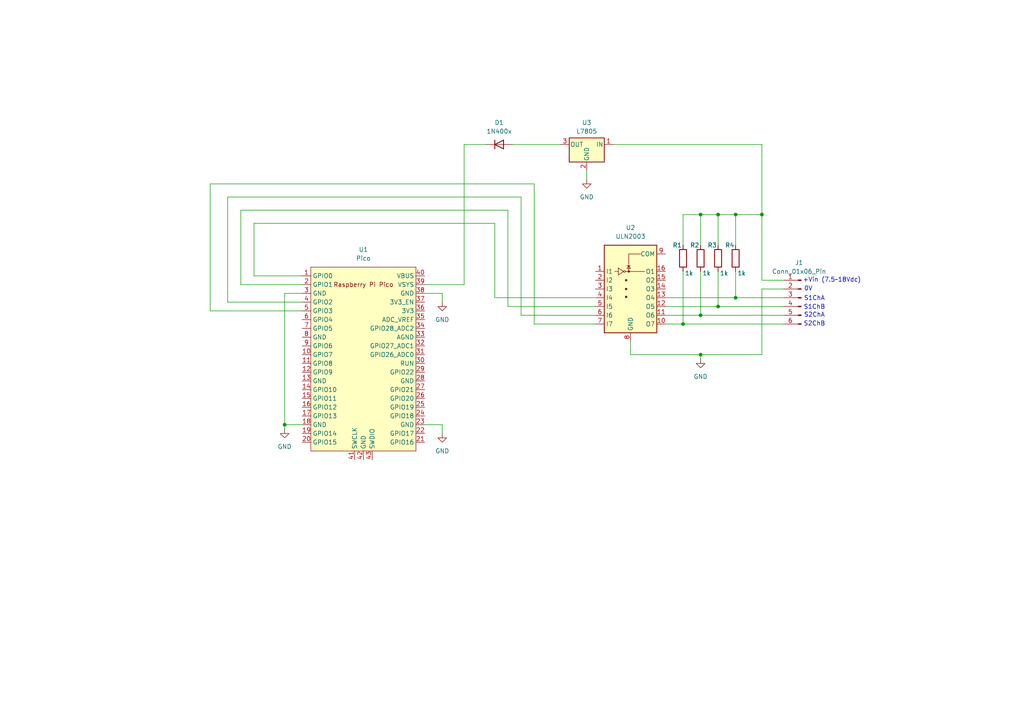
<source format=kicad_sch>
(kicad_sch
	(version 20231120)
	(generator "eeschema")
	(generator_version "8.0")
	(uuid "43917d5a-17c1-4cc9-b0b3-c358de011f0d")
	(paper "A4")
	(title_block
		(title "Speed Sensor Simulator")
		(date "2024-05-20")
		(rev "1")
		(comment 1 "Design by Gérard Gauthier")
	)
	(lib_symbols
		(symbol "Connector:Conn_01x06_Pin"
			(pin_names
				(offset 1.016) hide)
			(exclude_from_sim no)
			(in_bom yes)
			(on_board yes)
			(property "Reference" "J"
				(at 0 7.62 0)
				(effects
					(font
						(size 1.27 1.27)
					)
				)
			)
			(property "Value" "Conn_01x06_Pin"
				(at 0 -10.16 0)
				(effects
					(font
						(size 1.27 1.27)
					)
				)
			)
			(property "Footprint" ""
				(at 0 0 0)
				(effects
					(font
						(size 1.27 1.27)
					)
					(hide yes)
				)
			)
			(property "Datasheet" "~"
				(at 0 0 0)
				(effects
					(font
						(size 1.27 1.27)
					)
					(hide yes)
				)
			)
			(property "Description" "Generic connector, single row, 01x06, script generated"
				(at 0 0 0)
				(effects
					(font
						(size 1.27 1.27)
					)
					(hide yes)
				)
			)
			(property "ki_locked" ""
				(at 0 0 0)
				(effects
					(font
						(size 1.27 1.27)
					)
				)
			)
			(property "ki_keywords" "connector"
				(at 0 0 0)
				(effects
					(font
						(size 1.27 1.27)
					)
					(hide yes)
				)
			)
			(property "ki_fp_filters" "Connector*:*_1x??_*"
				(at 0 0 0)
				(effects
					(font
						(size 1.27 1.27)
					)
					(hide yes)
				)
			)
			(symbol "Conn_01x06_Pin_1_1"
				(polyline
					(pts
						(xy 1.27 -7.62) (xy 0.8636 -7.62)
					)
					(stroke
						(width 0.1524)
						(type default)
					)
					(fill
						(type none)
					)
				)
				(polyline
					(pts
						(xy 1.27 -5.08) (xy 0.8636 -5.08)
					)
					(stroke
						(width 0.1524)
						(type default)
					)
					(fill
						(type none)
					)
				)
				(polyline
					(pts
						(xy 1.27 -2.54) (xy 0.8636 -2.54)
					)
					(stroke
						(width 0.1524)
						(type default)
					)
					(fill
						(type none)
					)
				)
				(polyline
					(pts
						(xy 1.27 0) (xy 0.8636 0)
					)
					(stroke
						(width 0.1524)
						(type default)
					)
					(fill
						(type none)
					)
				)
				(polyline
					(pts
						(xy 1.27 2.54) (xy 0.8636 2.54)
					)
					(stroke
						(width 0.1524)
						(type default)
					)
					(fill
						(type none)
					)
				)
				(polyline
					(pts
						(xy 1.27 5.08) (xy 0.8636 5.08)
					)
					(stroke
						(width 0.1524)
						(type default)
					)
					(fill
						(type none)
					)
				)
				(rectangle
					(start 0.8636 -7.493)
					(end 0 -7.747)
					(stroke
						(width 0.1524)
						(type default)
					)
					(fill
						(type outline)
					)
				)
				(rectangle
					(start 0.8636 -4.953)
					(end 0 -5.207)
					(stroke
						(width 0.1524)
						(type default)
					)
					(fill
						(type outline)
					)
				)
				(rectangle
					(start 0.8636 -2.413)
					(end 0 -2.667)
					(stroke
						(width 0.1524)
						(type default)
					)
					(fill
						(type outline)
					)
				)
				(rectangle
					(start 0.8636 0.127)
					(end 0 -0.127)
					(stroke
						(width 0.1524)
						(type default)
					)
					(fill
						(type outline)
					)
				)
				(rectangle
					(start 0.8636 2.667)
					(end 0 2.413)
					(stroke
						(width 0.1524)
						(type default)
					)
					(fill
						(type outline)
					)
				)
				(rectangle
					(start 0.8636 5.207)
					(end 0 4.953)
					(stroke
						(width 0.1524)
						(type default)
					)
					(fill
						(type outline)
					)
				)
				(pin passive line
					(at 5.08 5.08 180)
					(length 3.81)
					(name "Pin_1"
						(effects
							(font
								(size 1.27 1.27)
							)
						)
					)
					(number "1"
						(effects
							(font
								(size 1.27 1.27)
							)
						)
					)
				)
				(pin passive line
					(at 5.08 2.54 180)
					(length 3.81)
					(name "Pin_2"
						(effects
							(font
								(size 1.27 1.27)
							)
						)
					)
					(number "2"
						(effects
							(font
								(size 1.27 1.27)
							)
						)
					)
				)
				(pin passive line
					(at 5.08 0 180)
					(length 3.81)
					(name "Pin_3"
						(effects
							(font
								(size 1.27 1.27)
							)
						)
					)
					(number "3"
						(effects
							(font
								(size 1.27 1.27)
							)
						)
					)
				)
				(pin passive line
					(at 5.08 -2.54 180)
					(length 3.81)
					(name "Pin_4"
						(effects
							(font
								(size 1.27 1.27)
							)
						)
					)
					(number "4"
						(effects
							(font
								(size 1.27 1.27)
							)
						)
					)
				)
				(pin passive line
					(at 5.08 -5.08 180)
					(length 3.81)
					(name "Pin_5"
						(effects
							(font
								(size 1.27 1.27)
							)
						)
					)
					(number "5"
						(effects
							(font
								(size 1.27 1.27)
							)
						)
					)
				)
				(pin passive line
					(at 5.08 -7.62 180)
					(length 3.81)
					(name "Pin_6"
						(effects
							(font
								(size 1.27 1.27)
							)
						)
					)
					(number "6"
						(effects
							(font
								(size 1.27 1.27)
							)
						)
					)
				)
			)
		)
		(symbol "Device:D"
			(pin_numbers hide)
			(pin_names
				(offset 1.016) hide)
			(exclude_from_sim no)
			(in_bom yes)
			(on_board yes)
			(property "Reference" "D"
				(at 0 2.54 0)
				(effects
					(font
						(size 1.27 1.27)
					)
				)
			)
			(property "Value" "D"
				(at 0 -2.54 0)
				(effects
					(font
						(size 1.27 1.27)
					)
				)
			)
			(property "Footprint" ""
				(at 0 0 0)
				(effects
					(font
						(size 1.27 1.27)
					)
					(hide yes)
				)
			)
			(property "Datasheet" "~"
				(at 0 0 0)
				(effects
					(font
						(size 1.27 1.27)
					)
					(hide yes)
				)
			)
			(property "Description" "Diode"
				(at 0 0 0)
				(effects
					(font
						(size 1.27 1.27)
					)
					(hide yes)
				)
			)
			(property "Sim.Device" "D"
				(at 0 0 0)
				(effects
					(font
						(size 1.27 1.27)
					)
					(hide yes)
				)
			)
			(property "Sim.Pins" "1=K 2=A"
				(at 0 0 0)
				(effects
					(font
						(size 1.27 1.27)
					)
					(hide yes)
				)
			)
			(property "ki_keywords" "diode"
				(at 0 0 0)
				(effects
					(font
						(size 1.27 1.27)
					)
					(hide yes)
				)
			)
			(property "ki_fp_filters" "TO-???* *_Diode_* *SingleDiode* D_*"
				(at 0 0 0)
				(effects
					(font
						(size 1.27 1.27)
					)
					(hide yes)
				)
			)
			(symbol "D_0_1"
				(polyline
					(pts
						(xy -1.27 1.27) (xy -1.27 -1.27)
					)
					(stroke
						(width 0.254)
						(type default)
					)
					(fill
						(type none)
					)
				)
				(polyline
					(pts
						(xy 1.27 0) (xy -1.27 0)
					)
					(stroke
						(width 0)
						(type default)
					)
					(fill
						(type none)
					)
				)
				(polyline
					(pts
						(xy 1.27 1.27) (xy 1.27 -1.27) (xy -1.27 0) (xy 1.27 1.27)
					)
					(stroke
						(width 0.254)
						(type default)
					)
					(fill
						(type none)
					)
				)
			)
			(symbol "D_1_1"
				(pin passive line
					(at -3.81 0 0)
					(length 2.54)
					(name "K"
						(effects
							(font
								(size 1.27 1.27)
							)
						)
					)
					(number "1"
						(effects
							(font
								(size 1.27 1.27)
							)
						)
					)
				)
				(pin passive line
					(at 3.81 0 180)
					(length 2.54)
					(name "A"
						(effects
							(font
								(size 1.27 1.27)
							)
						)
					)
					(number "2"
						(effects
							(font
								(size 1.27 1.27)
							)
						)
					)
				)
			)
		)
		(symbol "Device:R"
			(pin_numbers hide)
			(pin_names
				(offset 0)
			)
			(exclude_from_sim no)
			(in_bom yes)
			(on_board yes)
			(property "Reference" "R"
				(at 2.032 0 90)
				(effects
					(font
						(size 1.27 1.27)
					)
				)
			)
			(property "Value" "R"
				(at 0 0 90)
				(effects
					(font
						(size 1.27 1.27)
					)
				)
			)
			(property "Footprint" ""
				(at -1.778 0 90)
				(effects
					(font
						(size 1.27 1.27)
					)
					(hide yes)
				)
			)
			(property "Datasheet" "~"
				(at 0 0 0)
				(effects
					(font
						(size 1.27 1.27)
					)
					(hide yes)
				)
			)
			(property "Description" "Resistor"
				(at 0 0 0)
				(effects
					(font
						(size 1.27 1.27)
					)
					(hide yes)
				)
			)
			(property "ki_keywords" "R res resistor"
				(at 0 0 0)
				(effects
					(font
						(size 1.27 1.27)
					)
					(hide yes)
				)
			)
			(property "ki_fp_filters" "R_*"
				(at 0 0 0)
				(effects
					(font
						(size 1.27 1.27)
					)
					(hide yes)
				)
			)
			(symbol "R_0_1"
				(rectangle
					(start -1.016 -2.54)
					(end 1.016 2.54)
					(stroke
						(width 0.254)
						(type default)
					)
					(fill
						(type none)
					)
				)
			)
			(symbol "R_1_1"
				(pin passive line
					(at 0 3.81 270)
					(length 1.27)
					(name "~"
						(effects
							(font
								(size 1.27 1.27)
							)
						)
					)
					(number "1"
						(effects
							(font
								(size 1.27 1.27)
							)
						)
					)
				)
				(pin passive line
					(at 0 -3.81 90)
					(length 1.27)
					(name "~"
						(effects
							(font
								(size 1.27 1.27)
							)
						)
					)
					(number "2"
						(effects
							(font
								(size 1.27 1.27)
							)
						)
					)
				)
			)
		)
		(symbol "MCU_RaspberryPi_and_Boards:Pico"
			(exclude_from_sim no)
			(in_bom yes)
			(on_board yes)
			(property "Reference" "U"
				(at -13.97 27.94 0)
				(effects
					(font
						(size 1.27 1.27)
					)
				)
			)
			(property "Value" "Pico"
				(at 0 19.05 0)
				(effects
					(font
						(size 1.27 1.27)
					)
				)
			)
			(property "Footprint" "RPi_Pico:RPi_Pico_SMD_TH"
				(at 0 0 90)
				(effects
					(font
						(size 1.27 1.27)
					)
					(hide yes)
				)
			)
			(property "Datasheet" ""
				(at 0 0 0)
				(effects
					(font
						(size 1.27 1.27)
					)
					(hide yes)
				)
			)
			(property "Description" ""
				(at 0 0 0)
				(effects
					(font
						(size 1.27 1.27)
					)
					(hide yes)
				)
			)
			(symbol "Pico_0_0"
				(text "Raspberry Pi Pico"
					(at 0 21.59 0)
					(effects
						(font
							(size 1.27 1.27)
						)
					)
				)
			)
			(symbol "Pico_0_1"
				(rectangle
					(start -15.24 26.67)
					(end 15.24 -26.67)
					(stroke
						(width 0)
						(type default)
					)
					(fill
						(type background)
					)
				)
			)
			(symbol "Pico_1_1"
				(pin bidirectional line
					(at -17.78 24.13 0)
					(length 2.54)
					(name "GPIO0"
						(effects
							(font
								(size 1.27 1.27)
							)
						)
					)
					(number "1"
						(effects
							(font
								(size 1.27 1.27)
							)
						)
					)
				)
				(pin bidirectional line
					(at -17.78 1.27 0)
					(length 2.54)
					(name "GPIO7"
						(effects
							(font
								(size 1.27 1.27)
							)
						)
					)
					(number "10"
						(effects
							(font
								(size 1.27 1.27)
							)
						)
					)
				)
				(pin bidirectional line
					(at -17.78 -1.27 0)
					(length 2.54)
					(name "GPIO8"
						(effects
							(font
								(size 1.27 1.27)
							)
						)
					)
					(number "11"
						(effects
							(font
								(size 1.27 1.27)
							)
						)
					)
				)
				(pin bidirectional line
					(at -17.78 -3.81 0)
					(length 2.54)
					(name "GPIO9"
						(effects
							(font
								(size 1.27 1.27)
							)
						)
					)
					(number "12"
						(effects
							(font
								(size 1.27 1.27)
							)
						)
					)
				)
				(pin power_in line
					(at -17.78 -6.35 0)
					(length 2.54)
					(name "GND"
						(effects
							(font
								(size 1.27 1.27)
							)
						)
					)
					(number "13"
						(effects
							(font
								(size 1.27 1.27)
							)
						)
					)
				)
				(pin bidirectional line
					(at -17.78 -8.89 0)
					(length 2.54)
					(name "GPIO10"
						(effects
							(font
								(size 1.27 1.27)
							)
						)
					)
					(number "14"
						(effects
							(font
								(size 1.27 1.27)
							)
						)
					)
				)
				(pin bidirectional line
					(at -17.78 -11.43 0)
					(length 2.54)
					(name "GPIO11"
						(effects
							(font
								(size 1.27 1.27)
							)
						)
					)
					(number "15"
						(effects
							(font
								(size 1.27 1.27)
							)
						)
					)
				)
				(pin bidirectional line
					(at -17.78 -13.97 0)
					(length 2.54)
					(name "GPIO12"
						(effects
							(font
								(size 1.27 1.27)
							)
						)
					)
					(number "16"
						(effects
							(font
								(size 1.27 1.27)
							)
						)
					)
				)
				(pin bidirectional line
					(at -17.78 -16.51 0)
					(length 2.54)
					(name "GPIO13"
						(effects
							(font
								(size 1.27 1.27)
							)
						)
					)
					(number "17"
						(effects
							(font
								(size 1.27 1.27)
							)
						)
					)
				)
				(pin power_in line
					(at -17.78 -19.05 0)
					(length 2.54)
					(name "GND"
						(effects
							(font
								(size 1.27 1.27)
							)
						)
					)
					(number "18"
						(effects
							(font
								(size 1.27 1.27)
							)
						)
					)
				)
				(pin bidirectional line
					(at -17.78 -21.59 0)
					(length 2.54)
					(name "GPIO14"
						(effects
							(font
								(size 1.27 1.27)
							)
						)
					)
					(number "19"
						(effects
							(font
								(size 1.27 1.27)
							)
						)
					)
				)
				(pin bidirectional line
					(at -17.78 21.59 0)
					(length 2.54)
					(name "GPIO1"
						(effects
							(font
								(size 1.27 1.27)
							)
						)
					)
					(number "2"
						(effects
							(font
								(size 1.27 1.27)
							)
						)
					)
				)
				(pin bidirectional line
					(at -17.78 -24.13 0)
					(length 2.54)
					(name "GPIO15"
						(effects
							(font
								(size 1.27 1.27)
							)
						)
					)
					(number "20"
						(effects
							(font
								(size 1.27 1.27)
							)
						)
					)
				)
				(pin bidirectional line
					(at 17.78 -24.13 180)
					(length 2.54)
					(name "GPIO16"
						(effects
							(font
								(size 1.27 1.27)
							)
						)
					)
					(number "21"
						(effects
							(font
								(size 1.27 1.27)
							)
						)
					)
				)
				(pin bidirectional line
					(at 17.78 -21.59 180)
					(length 2.54)
					(name "GPIO17"
						(effects
							(font
								(size 1.27 1.27)
							)
						)
					)
					(number "22"
						(effects
							(font
								(size 1.27 1.27)
							)
						)
					)
				)
				(pin power_in line
					(at 17.78 -19.05 180)
					(length 2.54)
					(name "GND"
						(effects
							(font
								(size 1.27 1.27)
							)
						)
					)
					(number "23"
						(effects
							(font
								(size 1.27 1.27)
							)
						)
					)
				)
				(pin bidirectional line
					(at 17.78 -16.51 180)
					(length 2.54)
					(name "GPIO18"
						(effects
							(font
								(size 1.27 1.27)
							)
						)
					)
					(number "24"
						(effects
							(font
								(size 1.27 1.27)
							)
						)
					)
				)
				(pin bidirectional line
					(at 17.78 -13.97 180)
					(length 2.54)
					(name "GPIO19"
						(effects
							(font
								(size 1.27 1.27)
							)
						)
					)
					(number "25"
						(effects
							(font
								(size 1.27 1.27)
							)
						)
					)
				)
				(pin bidirectional line
					(at 17.78 -11.43 180)
					(length 2.54)
					(name "GPIO20"
						(effects
							(font
								(size 1.27 1.27)
							)
						)
					)
					(number "26"
						(effects
							(font
								(size 1.27 1.27)
							)
						)
					)
				)
				(pin bidirectional line
					(at 17.78 -8.89 180)
					(length 2.54)
					(name "GPIO21"
						(effects
							(font
								(size 1.27 1.27)
							)
						)
					)
					(number "27"
						(effects
							(font
								(size 1.27 1.27)
							)
						)
					)
				)
				(pin power_in line
					(at 17.78 -6.35 180)
					(length 2.54)
					(name "GND"
						(effects
							(font
								(size 1.27 1.27)
							)
						)
					)
					(number "28"
						(effects
							(font
								(size 1.27 1.27)
							)
						)
					)
				)
				(pin bidirectional line
					(at 17.78 -3.81 180)
					(length 2.54)
					(name "GPIO22"
						(effects
							(font
								(size 1.27 1.27)
							)
						)
					)
					(number "29"
						(effects
							(font
								(size 1.27 1.27)
							)
						)
					)
				)
				(pin power_in line
					(at -17.78 19.05 0)
					(length 2.54)
					(name "GND"
						(effects
							(font
								(size 1.27 1.27)
							)
						)
					)
					(number "3"
						(effects
							(font
								(size 1.27 1.27)
							)
						)
					)
				)
				(pin input line
					(at 17.78 -1.27 180)
					(length 2.54)
					(name "RUN"
						(effects
							(font
								(size 1.27 1.27)
							)
						)
					)
					(number "30"
						(effects
							(font
								(size 1.27 1.27)
							)
						)
					)
				)
				(pin bidirectional line
					(at 17.78 1.27 180)
					(length 2.54)
					(name "GPIO26_ADC0"
						(effects
							(font
								(size 1.27 1.27)
							)
						)
					)
					(number "31"
						(effects
							(font
								(size 1.27 1.27)
							)
						)
					)
				)
				(pin bidirectional line
					(at 17.78 3.81 180)
					(length 2.54)
					(name "GPIO27_ADC1"
						(effects
							(font
								(size 1.27 1.27)
							)
						)
					)
					(number "32"
						(effects
							(font
								(size 1.27 1.27)
							)
						)
					)
				)
				(pin power_in line
					(at 17.78 6.35 180)
					(length 2.54)
					(name "AGND"
						(effects
							(font
								(size 1.27 1.27)
							)
						)
					)
					(number "33"
						(effects
							(font
								(size 1.27 1.27)
							)
						)
					)
				)
				(pin bidirectional line
					(at 17.78 8.89 180)
					(length 2.54)
					(name "GPIO28_ADC2"
						(effects
							(font
								(size 1.27 1.27)
							)
						)
					)
					(number "34"
						(effects
							(font
								(size 1.27 1.27)
							)
						)
					)
				)
				(pin power_in line
					(at 17.78 11.43 180)
					(length 2.54)
					(name "ADC_VREF"
						(effects
							(font
								(size 1.27 1.27)
							)
						)
					)
					(number "35"
						(effects
							(font
								(size 1.27 1.27)
							)
						)
					)
				)
				(pin power_in line
					(at 17.78 13.97 180)
					(length 2.54)
					(name "3V3"
						(effects
							(font
								(size 1.27 1.27)
							)
						)
					)
					(number "36"
						(effects
							(font
								(size 1.27 1.27)
							)
						)
					)
				)
				(pin input line
					(at 17.78 16.51 180)
					(length 2.54)
					(name "3V3_EN"
						(effects
							(font
								(size 1.27 1.27)
							)
						)
					)
					(number "37"
						(effects
							(font
								(size 1.27 1.27)
							)
						)
					)
				)
				(pin bidirectional line
					(at 17.78 19.05 180)
					(length 2.54)
					(name "GND"
						(effects
							(font
								(size 1.27 1.27)
							)
						)
					)
					(number "38"
						(effects
							(font
								(size 1.27 1.27)
							)
						)
					)
				)
				(pin power_in line
					(at 17.78 21.59 180)
					(length 2.54)
					(name "VSYS"
						(effects
							(font
								(size 1.27 1.27)
							)
						)
					)
					(number "39"
						(effects
							(font
								(size 1.27 1.27)
							)
						)
					)
				)
				(pin bidirectional line
					(at -17.78 16.51 0)
					(length 2.54)
					(name "GPIO2"
						(effects
							(font
								(size 1.27 1.27)
							)
						)
					)
					(number "4"
						(effects
							(font
								(size 1.27 1.27)
							)
						)
					)
				)
				(pin power_in line
					(at 17.78 24.13 180)
					(length 2.54)
					(name "VBUS"
						(effects
							(font
								(size 1.27 1.27)
							)
						)
					)
					(number "40"
						(effects
							(font
								(size 1.27 1.27)
							)
						)
					)
				)
				(pin input line
					(at -2.54 -29.21 90)
					(length 2.54)
					(name "SWCLK"
						(effects
							(font
								(size 1.27 1.27)
							)
						)
					)
					(number "41"
						(effects
							(font
								(size 1.27 1.27)
							)
						)
					)
				)
				(pin power_in line
					(at 0 -29.21 90)
					(length 2.54)
					(name "GND"
						(effects
							(font
								(size 1.27 1.27)
							)
						)
					)
					(number "42"
						(effects
							(font
								(size 1.27 1.27)
							)
						)
					)
				)
				(pin bidirectional line
					(at 2.54 -29.21 90)
					(length 2.54)
					(name "SWDIO"
						(effects
							(font
								(size 1.27 1.27)
							)
						)
					)
					(number "43"
						(effects
							(font
								(size 1.27 1.27)
							)
						)
					)
				)
				(pin bidirectional line
					(at -17.78 13.97 0)
					(length 2.54)
					(name "GPIO3"
						(effects
							(font
								(size 1.27 1.27)
							)
						)
					)
					(number "5"
						(effects
							(font
								(size 1.27 1.27)
							)
						)
					)
				)
				(pin bidirectional line
					(at -17.78 11.43 0)
					(length 2.54)
					(name "GPIO4"
						(effects
							(font
								(size 1.27 1.27)
							)
						)
					)
					(number "6"
						(effects
							(font
								(size 1.27 1.27)
							)
						)
					)
				)
				(pin bidirectional line
					(at -17.78 8.89 0)
					(length 2.54)
					(name "GPIO5"
						(effects
							(font
								(size 1.27 1.27)
							)
						)
					)
					(number "7"
						(effects
							(font
								(size 1.27 1.27)
							)
						)
					)
				)
				(pin power_in line
					(at -17.78 6.35 0)
					(length 2.54)
					(name "GND"
						(effects
							(font
								(size 1.27 1.27)
							)
						)
					)
					(number "8"
						(effects
							(font
								(size 1.27 1.27)
							)
						)
					)
				)
				(pin bidirectional line
					(at -17.78 3.81 0)
					(length 2.54)
					(name "GPIO6"
						(effects
							(font
								(size 1.27 1.27)
							)
						)
					)
					(number "9"
						(effects
							(font
								(size 1.27 1.27)
							)
						)
					)
				)
			)
		)
		(symbol "Regulator_Linear:L7805"
			(pin_names
				(offset 0.254)
			)
			(exclude_from_sim no)
			(in_bom yes)
			(on_board yes)
			(property "Reference" "U"
				(at -3.81 3.175 0)
				(effects
					(font
						(size 1.27 1.27)
					)
				)
			)
			(property "Value" "L7805"
				(at 0 3.175 0)
				(effects
					(font
						(size 1.27 1.27)
					)
					(justify left)
				)
			)
			(property "Footprint" ""
				(at 0.635 -3.81 0)
				(effects
					(font
						(size 1.27 1.27)
						(italic yes)
					)
					(justify left)
					(hide yes)
				)
			)
			(property "Datasheet" "http://www.st.com/content/ccc/resource/technical/document/datasheet/41/4f/b3/b0/12/d4/47/88/CD00000444.pdf/files/CD00000444.pdf/jcr:content/translations/en.CD00000444.pdf"
				(at 0 -1.27 0)
				(effects
					(font
						(size 1.27 1.27)
					)
					(hide yes)
				)
			)
			(property "Description" "Positive 1.5A 35V Linear Regulator, Fixed Output 5V, TO-220/TO-263/TO-252"
				(at 0 0 0)
				(effects
					(font
						(size 1.27 1.27)
					)
					(hide yes)
				)
			)
			(property "ki_keywords" "Voltage Regulator 1.5A Positive"
				(at 0 0 0)
				(effects
					(font
						(size 1.27 1.27)
					)
					(hide yes)
				)
			)
			(property "ki_fp_filters" "TO?252* TO?263* TO?220*"
				(at 0 0 0)
				(effects
					(font
						(size 1.27 1.27)
					)
					(hide yes)
				)
			)
			(symbol "L7805_0_1"
				(rectangle
					(start -5.08 1.905)
					(end 5.08 -5.08)
					(stroke
						(width 0.254)
						(type default)
					)
					(fill
						(type background)
					)
				)
			)
			(symbol "L7805_1_1"
				(pin power_in line
					(at -7.62 0 0)
					(length 2.54)
					(name "IN"
						(effects
							(font
								(size 1.27 1.27)
							)
						)
					)
					(number "1"
						(effects
							(font
								(size 1.27 1.27)
							)
						)
					)
				)
				(pin power_in line
					(at 0 -7.62 90)
					(length 2.54)
					(name "GND"
						(effects
							(font
								(size 1.27 1.27)
							)
						)
					)
					(number "2"
						(effects
							(font
								(size 1.27 1.27)
							)
						)
					)
				)
				(pin power_out line
					(at 7.62 0 180)
					(length 2.54)
					(name "OUT"
						(effects
							(font
								(size 1.27 1.27)
							)
						)
					)
					(number "3"
						(effects
							(font
								(size 1.27 1.27)
							)
						)
					)
				)
			)
		)
		(symbol "Transistor_Array:ULN2003"
			(exclude_from_sim no)
			(in_bom yes)
			(on_board yes)
			(property "Reference" "U"
				(at 0 15.875 0)
				(effects
					(font
						(size 1.27 1.27)
					)
				)
			)
			(property "Value" "ULN2003"
				(at 0 13.97 0)
				(effects
					(font
						(size 1.27 1.27)
					)
				)
			)
			(property "Footprint" ""
				(at 1.27 -13.97 0)
				(effects
					(font
						(size 1.27 1.27)
					)
					(justify left)
					(hide yes)
				)
			)
			(property "Datasheet" "http://www.ti.com/lit/ds/symlink/uln2003a.pdf"
				(at 2.54 -5.08 0)
				(effects
					(font
						(size 1.27 1.27)
					)
					(hide yes)
				)
			)
			(property "Description" "High Voltage, High Current Darlington Transistor Arrays, SOIC16/SOIC16W/DIP16/TSSOP16"
				(at 0 0 0)
				(effects
					(font
						(size 1.27 1.27)
					)
					(hide yes)
				)
			)
			(property "ki_keywords" "darlington transistor array"
				(at 0 0 0)
				(effects
					(font
						(size 1.27 1.27)
					)
					(hide yes)
				)
			)
			(property "ki_fp_filters" "DIP*W7.62mm* SOIC*3.9x9.9mm*P1.27mm* SSOP*4.4x5.2mm*P0.65mm* TSSOP*4.4x5mm*P0.65mm* SOIC*W*5.3x10.2mm*P1.27mm*"
				(at 0 0 0)
				(effects
					(font
						(size 1.27 1.27)
					)
					(hide yes)
				)
			)
			(symbol "ULN2003_0_1"
				(rectangle
					(start -7.62 -12.7)
					(end 7.62 12.7)
					(stroke
						(width 0.254)
						(type default)
					)
					(fill
						(type background)
					)
				)
				(circle
					(center -1.778 5.08)
					(radius 0.254)
					(stroke
						(width 0)
						(type default)
					)
					(fill
						(type none)
					)
				)
				(circle
					(center -1.27 -2.286)
					(radius 0.254)
					(stroke
						(width 0)
						(type default)
					)
					(fill
						(type outline)
					)
				)
				(circle
					(center -1.27 0)
					(radius 0.254)
					(stroke
						(width 0)
						(type default)
					)
					(fill
						(type outline)
					)
				)
				(circle
					(center -1.27 2.54)
					(radius 0.254)
					(stroke
						(width 0)
						(type default)
					)
					(fill
						(type outline)
					)
				)
				(circle
					(center -0.508 5.08)
					(radius 0.254)
					(stroke
						(width 0)
						(type default)
					)
					(fill
						(type outline)
					)
				)
				(polyline
					(pts
						(xy -4.572 5.08) (xy -3.556 5.08)
					)
					(stroke
						(width 0)
						(type default)
					)
					(fill
						(type none)
					)
				)
				(polyline
					(pts
						(xy -1.524 5.08) (xy 4.064 5.08)
					)
					(stroke
						(width 0)
						(type default)
					)
					(fill
						(type none)
					)
				)
				(polyline
					(pts
						(xy 0 6.731) (xy -1.016 6.731)
					)
					(stroke
						(width 0)
						(type default)
					)
					(fill
						(type none)
					)
				)
				(polyline
					(pts
						(xy -0.508 5.08) (xy -0.508 10.16) (xy 2.921 10.16)
					)
					(stroke
						(width 0)
						(type default)
					)
					(fill
						(type none)
					)
				)
				(polyline
					(pts
						(xy -3.556 6.096) (xy -3.556 4.064) (xy -2.032 5.08) (xy -3.556 6.096)
					)
					(stroke
						(width 0)
						(type default)
					)
					(fill
						(type none)
					)
				)
				(polyline
					(pts
						(xy 0 5.969) (xy -1.016 5.969) (xy -0.508 6.731) (xy 0 5.969)
					)
					(stroke
						(width 0)
						(type default)
					)
					(fill
						(type none)
					)
				)
			)
			(symbol "ULN2003_1_1"
				(pin input line
					(at -10.16 5.08 0)
					(length 2.54)
					(name "I1"
						(effects
							(font
								(size 1.27 1.27)
							)
						)
					)
					(number "1"
						(effects
							(font
								(size 1.27 1.27)
							)
						)
					)
				)
				(pin open_collector line
					(at 10.16 -10.16 180)
					(length 2.54)
					(name "O7"
						(effects
							(font
								(size 1.27 1.27)
							)
						)
					)
					(number "10"
						(effects
							(font
								(size 1.27 1.27)
							)
						)
					)
				)
				(pin open_collector line
					(at 10.16 -7.62 180)
					(length 2.54)
					(name "O6"
						(effects
							(font
								(size 1.27 1.27)
							)
						)
					)
					(number "11"
						(effects
							(font
								(size 1.27 1.27)
							)
						)
					)
				)
				(pin open_collector line
					(at 10.16 -5.08 180)
					(length 2.54)
					(name "O5"
						(effects
							(font
								(size 1.27 1.27)
							)
						)
					)
					(number "12"
						(effects
							(font
								(size 1.27 1.27)
							)
						)
					)
				)
				(pin open_collector line
					(at 10.16 -2.54 180)
					(length 2.54)
					(name "O4"
						(effects
							(font
								(size 1.27 1.27)
							)
						)
					)
					(number "13"
						(effects
							(font
								(size 1.27 1.27)
							)
						)
					)
				)
				(pin open_collector line
					(at 10.16 0 180)
					(length 2.54)
					(name "O3"
						(effects
							(font
								(size 1.27 1.27)
							)
						)
					)
					(number "14"
						(effects
							(font
								(size 1.27 1.27)
							)
						)
					)
				)
				(pin open_collector line
					(at 10.16 2.54 180)
					(length 2.54)
					(name "O2"
						(effects
							(font
								(size 1.27 1.27)
							)
						)
					)
					(number "15"
						(effects
							(font
								(size 1.27 1.27)
							)
						)
					)
				)
				(pin open_collector line
					(at 10.16 5.08 180)
					(length 2.54)
					(name "O1"
						(effects
							(font
								(size 1.27 1.27)
							)
						)
					)
					(number "16"
						(effects
							(font
								(size 1.27 1.27)
							)
						)
					)
				)
				(pin input line
					(at -10.16 2.54 0)
					(length 2.54)
					(name "I2"
						(effects
							(font
								(size 1.27 1.27)
							)
						)
					)
					(number "2"
						(effects
							(font
								(size 1.27 1.27)
							)
						)
					)
				)
				(pin input line
					(at -10.16 0 0)
					(length 2.54)
					(name "I3"
						(effects
							(font
								(size 1.27 1.27)
							)
						)
					)
					(number "3"
						(effects
							(font
								(size 1.27 1.27)
							)
						)
					)
				)
				(pin input line
					(at -10.16 -2.54 0)
					(length 2.54)
					(name "I4"
						(effects
							(font
								(size 1.27 1.27)
							)
						)
					)
					(number "4"
						(effects
							(font
								(size 1.27 1.27)
							)
						)
					)
				)
				(pin input line
					(at -10.16 -5.08 0)
					(length 2.54)
					(name "I5"
						(effects
							(font
								(size 1.27 1.27)
							)
						)
					)
					(number "5"
						(effects
							(font
								(size 1.27 1.27)
							)
						)
					)
				)
				(pin input line
					(at -10.16 -7.62 0)
					(length 2.54)
					(name "I6"
						(effects
							(font
								(size 1.27 1.27)
							)
						)
					)
					(number "6"
						(effects
							(font
								(size 1.27 1.27)
							)
						)
					)
				)
				(pin input line
					(at -10.16 -10.16 0)
					(length 2.54)
					(name "I7"
						(effects
							(font
								(size 1.27 1.27)
							)
						)
					)
					(number "7"
						(effects
							(font
								(size 1.27 1.27)
							)
						)
					)
				)
				(pin power_in line
					(at 0 -15.24 90)
					(length 2.54)
					(name "GND"
						(effects
							(font
								(size 1.27 1.27)
							)
						)
					)
					(number "8"
						(effects
							(font
								(size 1.27 1.27)
							)
						)
					)
				)
				(pin passive line
					(at 10.16 10.16 180)
					(length 2.54)
					(name "COM"
						(effects
							(font
								(size 1.27 1.27)
							)
						)
					)
					(number "9"
						(effects
							(font
								(size 1.27 1.27)
							)
						)
					)
				)
			)
		)
		(symbol "power:GND"
			(power)
			(pin_numbers hide)
			(pin_names
				(offset 0) hide)
			(exclude_from_sim no)
			(in_bom yes)
			(on_board yes)
			(property "Reference" "#PWR"
				(at 0 -6.35 0)
				(effects
					(font
						(size 1.27 1.27)
					)
					(hide yes)
				)
			)
			(property "Value" "GND"
				(at 0 -3.81 0)
				(effects
					(font
						(size 1.27 1.27)
					)
				)
			)
			(property "Footprint" ""
				(at 0 0 0)
				(effects
					(font
						(size 1.27 1.27)
					)
					(hide yes)
				)
			)
			(property "Datasheet" ""
				(at 0 0 0)
				(effects
					(font
						(size 1.27 1.27)
					)
					(hide yes)
				)
			)
			(property "Description" "Power symbol creates a global label with name \"GND\" , ground"
				(at 0 0 0)
				(effects
					(font
						(size 1.27 1.27)
					)
					(hide yes)
				)
			)
			(property "ki_keywords" "global power"
				(at 0 0 0)
				(effects
					(font
						(size 1.27 1.27)
					)
					(hide yes)
				)
			)
			(symbol "GND_0_1"
				(polyline
					(pts
						(xy 0 0) (xy 0 -1.27) (xy 1.27 -1.27) (xy 0 -2.54) (xy -1.27 -1.27) (xy 0 -1.27)
					)
					(stroke
						(width 0)
						(type default)
					)
					(fill
						(type none)
					)
				)
			)
			(symbol "GND_1_1"
				(pin power_in line
					(at 0 0 270)
					(length 0)
					(name "~"
						(effects
							(font
								(size 1.27 1.27)
							)
						)
					)
					(number "1"
						(effects
							(font
								(size 1.27 1.27)
							)
						)
					)
				)
			)
		)
	)
	(junction
		(at 220.98 62.23)
		(diameter 0)
		(color 0 0 0 0)
		(uuid "177610a5-6486-4235-8512-8a66aee7c1b0")
	)
	(junction
		(at 213.36 86.36)
		(diameter 0)
		(color 0 0 0 0)
		(uuid "347a4b13-2e8c-4c33-b08d-11d156c37a2b")
	)
	(junction
		(at 203.2 91.44)
		(diameter 0)
		(color 0 0 0 0)
		(uuid "6ae8a993-9168-46e6-b7fb-21155bd1f2cb")
	)
	(junction
		(at 82.55 123.19)
		(diameter 0)
		(color 0 0 0 0)
		(uuid "7411c123-1359-40d5-9959-9c27b9885cbf")
	)
	(junction
		(at 203.2 102.87)
		(diameter 0)
		(color 0 0 0 0)
		(uuid "77628f56-847f-4edd-9b81-4f62f657701f")
	)
	(junction
		(at 198.12 93.98)
		(diameter 0)
		(color 0 0 0 0)
		(uuid "79cdf962-65f6-4ec6-879b-6f1b33d018a7")
	)
	(junction
		(at 213.36 62.23)
		(diameter 0)
		(color 0 0 0 0)
		(uuid "7f650a63-5f07-4b65-91d4-e9b24e1085f4")
	)
	(junction
		(at 208.28 62.23)
		(diameter 0)
		(color 0 0 0 0)
		(uuid "b6a616f6-e86c-4ee9-bcd2-c4ac2d1f2fa0")
	)
	(junction
		(at 208.28 88.9)
		(diameter 0)
		(color 0 0 0 0)
		(uuid "bc629222-61a3-4022-be27-f4259be6c7e6")
	)
	(junction
		(at 203.2 62.23)
		(diameter 0)
		(color 0 0 0 0)
		(uuid "e02fc2a3-c7c7-46b4-a516-39652a70a587")
	)
	(wire
		(pts
			(xy 69.85 60.96) (xy 147.32 60.96)
		)
		(stroke
			(width 0)
			(type default)
		)
		(uuid "04753698-e9f2-4fe9-8d3f-10811b68c205")
	)
	(wire
		(pts
			(xy 60.96 90.17) (xy 60.96 53.34)
		)
		(stroke
			(width 0)
			(type default)
		)
		(uuid "051ad243-daa4-4d6b-bbce-98deeab30bbc")
	)
	(wire
		(pts
			(xy 73.66 64.77) (xy 143.51 64.77)
		)
		(stroke
			(width 0)
			(type default)
		)
		(uuid "08d823c4-cd2a-4cfa-8300-9880fc7f02dc")
	)
	(wire
		(pts
			(xy 87.63 87.63) (xy 66.04 87.63)
		)
		(stroke
			(width 0)
			(type default)
		)
		(uuid "0c642b89-5aca-41df-b630-d46312b92002")
	)
	(wire
		(pts
			(xy 208.28 62.23) (xy 208.28 71.12)
		)
		(stroke
			(width 0)
			(type default)
		)
		(uuid "0f433f02-e5bb-4a54-b643-080b258f7f87")
	)
	(wire
		(pts
			(xy 193.04 91.44) (xy 203.2 91.44)
		)
		(stroke
			(width 0)
			(type default)
		)
		(uuid "17de4588-cad2-474c-9f46-5439238a1091")
	)
	(wire
		(pts
			(xy 227.33 83.82) (xy 220.98 83.82)
		)
		(stroke
			(width 0)
			(type default)
		)
		(uuid "19822168-6db5-4c87-9f1a-2a8fb19bdf3c")
	)
	(wire
		(pts
			(xy 82.55 123.19) (xy 82.55 124.46)
		)
		(stroke
			(width 0)
			(type default)
		)
		(uuid "1fe13a19-ec95-41d8-a50f-c4a00b6953a1")
	)
	(wire
		(pts
			(xy 73.66 80.01) (xy 73.66 64.77)
		)
		(stroke
			(width 0)
			(type default)
		)
		(uuid "2570a8b2-2e81-48a0-b96b-f1dda1349af9")
	)
	(wire
		(pts
			(xy 123.19 85.09) (xy 128.27 85.09)
		)
		(stroke
			(width 0)
			(type default)
		)
		(uuid "26c29eca-d806-4890-bf78-b20d4695c85e")
	)
	(wire
		(pts
			(xy 182.88 99.06) (xy 182.88 102.87)
		)
		(stroke
			(width 0)
			(type default)
		)
		(uuid "28bd04d0-c582-4d16-892d-ee4604e52f42")
	)
	(wire
		(pts
			(xy 208.28 88.9) (xy 227.33 88.9)
		)
		(stroke
			(width 0)
			(type default)
		)
		(uuid "29f00a89-0a4d-430e-9d52-c17bb75b597c")
	)
	(wire
		(pts
			(xy 66.04 87.63) (xy 66.04 57.15)
		)
		(stroke
			(width 0)
			(type default)
		)
		(uuid "303be45f-00aa-4a5b-838c-e604a89d4df3")
	)
	(wire
		(pts
			(xy 170.18 49.53) (xy 170.18 52.07)
		)
		(stroke
			(width 0)
			(type default)
		)
		(uuid "33c82fd8-f056-45e9-abb7-93565ae45e9c")
	)
	(wire
		(pts
			(xy 134.62 82.55) (xy 134.62 41.91)
		)
		(stroke
			(width 0)
			(type default)
		)
		(uuid "3570d5cb-4170-45f4-be45-b32179c1fdcc")
	)
	(wire
		(pts
			(xy 87.63 123.19) (xy 82.55 123.19)
		)
		(stroke
			(width 0)
			(type default)
		)
		(uuid "3a7de9af-022b-4b45-9e46-808650cef7a2")
	)
	(wire
		(pts
			(xy 134.62 41.91) (xy 140.97 41.91)
		)
		(stroke
			(width 0)
			(type default)
		)
		(uuid "44709614-7d31-4aba-bf45-40b505995496")
	)
	(wire
		(pts
			(xy 203.2 62.23) (xy 208.28 62.23)
		)
		(stroke
			(width 0)
			(type default)
		)
		(uuid "4bb9c465-8282-4de1-9bce-41c2115512cb")
	)
	(wire
		(pts
			(xy 123.19 82.55) (xy 134.62 82.55)
		)
		(stroke
			(width 0)
			(type default)
		)
		(uuid "4cfe112f-fc2f-46ff-8ac0-8b7810b58fbf")
	)
	(wire
		(pts
			(xy 87.63 80.01) (xy 73.66 80.01)
		)
		(stroke
			(width 0)
			(type default)
		)
		(uuid "50cea889-fdf4-433e-8d80-2e56e1492740")
	)
	(wire
		(pts
			(xy 203.2 91.44) (xy 227.33 91.44)
		)
		(stroke
			(width 0)
			(type default)
		)
		(uuid "57d80abb-8d78-4512-a872-0357d14ed66b")
	)
	(wire
		(pts
			(xy 203.2 62.23) (xy 203.2 71.12)
		)
		(stroke
			(width 0)
			(type default)
		)
		(uuid "5b76564c-d1da-49bb-8c90-131a48be462a")
	)
	(wire
		(pts
			(xy 220.98 83.82) (xy 220.98 102.87)
		)
		(stroke
			(width 0)
			(type default)
		)
		(uuid "6045b8e5-c51d-4d7c-8787-45feeafed9f7")
	)
	(wire
		(pts
			(xy 148.59 41.91) (xy 162.56 41.91)
		)
		(stroke
			(width 0)
			(type default)
		)
		(uuid "616d88c9-cac0-4d06-adfb-8982707d4954")
	)
	(wire
		(pts
			(xy 220.98 81.28) (xy 220.98 62.23)
		)
		(stroke
			(width 0)
			(type default)
		)
		(uuid "69c5832a-f9e8-46e3-9032-a47dbb18116f")
	)
	(wire
		(pts
			(xy 213.36 78.74) (xy 213.36 86.36)
		)
		(stroke
			(width 0)
			(type default)
		)
		(uuid "6b7a928a-de28-423c-9ef7-985d4ff06ccf")
	)
	(wire
		(pts
			(xy 154.94 53.34) (xy 154.94 93.98)
		)
		(stroke
			(width 0)
			(type default)
		)
		(uuid "6d16d8f4-97ae-44dc-ad74-1fed78b3f6c7")
	)
	(wire
		(pts
			(xy 193.04 88.9) (xy 208.28 88.9)
		)
		(stroke
			(width 0)
			(type default)
		)
		(uuid "7235955d-afd8-4591-b828-54aefe68df95")
	)
	(wire
		(pts
			(xy 208.28 78.74) (xy 208.28 88.9)
		)
		(stroke
			(width 0)
			(type default)
		)
		(uuid "74fb23c7-8537-4da7-9dc8-e9f02ec04a97")
	)
	(wire
		(pts
			(xy 147.32 60.96) (xy 147.32 88.9)
		)
		(stroke
			(width 0)
			(type default)
		)
		(uuid "7661ceaf-7dce-44a3-ba54-28f17740da81")
	)
	(wire
		(pts
			(xy 193.04 93.98) (xy 198.12 93.98)
		)
		(stroke
			(width 0)
			(type default)
		)
		(uuid "7f85ccea-4344-45b8-9ec2-b66157eae124")
	)
	(wire
		(pts
			(xy 154.94 93.98) (xy 172.72 93.98)
		)
		(stroke
			(width 0)
			(type default)
		)
		(uuid "80f044af-a4fe-4ff5-996b-1ae5239e2079")
	)
	(wire
		(pts
			(xy 82.55 85.09) (xy 82.55 123.19)
		)
		(stroke
			(width 0)
			(type default)
		)
		(uuid "83d46e88-91ef-4f4b-84a4-123f9bd5741e")
	)
	(wire
		(pts
			(xy 203.2 102.87) (xy 220.98 102.87)
		)
		(stroke
			(width 0)
			(type default)
		)
		(uuid "8476e718-4791-4eeb-b9b7-78a3308bfc87")
	)
	(wire
		(pts
			(xy 213.36 62.23) (xy 213.36 71.12)
		)
		(stroke
			(width 0)
			(type default)
		)
		(uuid "86654029-0dc5-4e8d-8109-3d361dea6b73")
	)
	(wire
		(pts
			(xy 143.51 64.77) (xy 143.51 86.36)
		)
		(stroke
			(width 0)
			(type default)
		)
		(uuid "894568a5-23ee-4ede-bb73-ccf29dc5bc1e")
	)
	(wire
		(pts
			(xy 87.63 90.17) (xy 60.96 90.17)
		)
		(stroke
			(width 0)
			(type default)
		)
		(uuid "8c755395-9c84-48d1-9888-35c2e304550d")
	)
	(wire
		(pts
			(xy 193.04 86.36) (xy 213.36 86.36)
		)
		(stroke
			(width 0)
			(type default)
		)
		(uuid "93fb5dd5-85bb-4de6-bf7a-77ade181a4f1")
	)
	(wire
		(pts
			(xy 87.63 82.55) (xy 69.85 82.55)
		)
		(stroke
			(width 0)
			(type default)
		)
		(uuid "944d00b3-8415-40ec-afe7-12d637d6a45c")
	)
	(wire
		(pts
			(xy 177.8 41.91) (xy 220.98 41.91)
		)
		(stroke
			(width 0)
			(type default)
		)
		(uuid "94e8240b-1100-4e2b-993a-837d1cb9e0e5")
	)
	(wire
		(pts
			(xy 123.19 123.19) (xy 128.27 123.19)
		)
		(stroke
			(width 0)
			(type default)
		)
		(uuid "97bc6ac8-49b6-41e6-ae70-96e8fa387041")
	)
	(wire
		(pts
			(xy 182.88 102.87) (xy 203.2 102.87)
		)
		(stroke
			(width 0)
			(type default)
		)
		(uuid "9c6fcdac-e001-4b9b-a629-6a46bbe8d087")
	)
	(wire
		(pts
			(xy 198.12 62.23) (xy 203.2 62.23)
		)
		(stroke
			(width 0)
			(type default)
		)
		(uuid "aa6aafe7-dce3-4e6b-a4af-85c5087cc898")
	)
	(wire
		(pts
			(xy 128.27 87.63) (xy 128.27 85.09)
		)
		(stroke
			(width 0)
			(type default)
		)
		(uuid "abd0002d-d439-4ea9-ac77-f95bdaee3124")
	)
	(wire
		(pts
			(xy 227.33 81.28) (xy 220.98 81.28)
		)
		(stroke
			(width 0)
			(type default)
		)
		(uuid "afe27371-43bd-4690-beb8-ba57a3008d5c")
	)
	(wire
		(pts
			(xy 147.32 88.9) (xy 172.72 88.9)
		)
		(stroke
			(width 0)
			(type default)
		)
		(uuid "b02c5786-8581-4815-8e87-26a72faf5fc2")
	)
	(wire
		(pts
			(xy 198.12 62.23) (xy 198.12 71.12)
		)
		(stroke
			(width 0)
			(type default)
		)
		(uuid "b7ca274c-0b58-49d0-b26c-c8be4cff2daf")
	)
	(wire
		(pts
			(xy 66.04 57.15) (xy 151.13 57.15)
		)
		(stroke
			(width 0)
			(type default)
		)
		(uuid "bca8f2cd-bbdb-4a96-bfdd-b1309f937207")
	)
	(wire
		(pts
			(xy 220.98 41.91) (xy 220.98 62.23)
		)
		(stroke
			(width 0)
			(type default)
		)
		(uuid "c3a76ec3-b0cf-499a-8a2f-0d1903283749")
	)
	(wire
		(pts
			(xy 82.55 85.09) (xy 87.63 85.09)
		)
		(stroke
			(width 0)
			(type default)
		)
		(uuid "c3d9ffbd-e610-4a3e-9cd2-4380b368da8f")
	)
	(wire
		(pts
			(xy 213.36 86.36) (xy 227.33 86.36)
		)
		(stroke
			(width 0)
			(type default)
		)
		(uuid "c66a12eb-08f8-4328-95d2-de6e32a19850")
	)
	(wire
		(pts
			(xy 151.13 57.15) (xy 151.13 91.44)
		)
		(stroke
			(width 0)
			(type default)
		)
		(uuid "c7e3bfa8-5b48-437c-9925-794a58fe9e32")
	)
	(wire
		(pts
			(xy 128.27 125.73) (xy 128.27 123.19)
		)
		(stroke
			(width 0)
			(type default)
		)
		(uuid "ce9b9798-a9a3-4748-bb3b-f55dafd84f0a")
	)
	(wire
		(pts
			(xy 213.36 62.23) (xy 220.98 62.23)
		)
		(stroke
			(width 0)
			(type default)
		)
		(uuid "d5005d92-2f9b-4fd0-9bb8-d9f79223c316")
	)
	(wire
		(pts
			(xy 143.51 86.36) (xy 172.72 86.36)
		)
		(stroke
			(width 0)
			(type default)
		)
		(uuid "d646d4ee-ef35-42c3-8542-e524e4ac107f")
	)
	(wire
		(pts
			(xy 203.2 102.87) (xy 203.2 104.14)
		)
		(stroke
			(width 0)
			(type default)
		)
		(uuid "d93647d4-ac1f-4f4f-8d30-75a7fcbaa68d")
	)
	(wire
		(pts
			(xy 198.12 93.98) (xy 227.33 93.98)
		)
		(stroke
			(width 0)
			(type default)
		)
		(uuid "dda6a988-85f3-41e2-8508-0f08c26779a8")
	)
	(wire
		(pts
			(xy 69.85 82.55) (xy 69.85 60.96)
		)
		(stroke
			(width 0)
			(type default)
		)
		(uuid "de2346d7-6568-4526-9952-73885269b185")
	)
	(wire
		(pts
			(xy 198.12 78.74) (xy 198.12 93.98)
		)
		(stroke
			(width 0)
			(type default)
		)
		(uuid "e0071925-dffa-4d91-89a6-06fc49f39bd5")
	)
	(wire
		(pts
			(xy 203.2 78.74) (xy 203.2 91.44)
		)
		(stroke
			(width 0)
			(type default)
		)
		(uuid "e1743f3c-ab34-4a9f-9e7b-b5f7c3792d9c")
	)
	(wire
		(pts
			(xy 208.28 62.23) (xy 213.36 62.23)
		)
		(stroke
			(width 0)
			(type default)
		)
		(uuid "e69204a1-0fb2-4985-9c55-827eeed006af")
	)
	(wire
		(pts
			(xy 60.96 53.34) (xy 154.94 53.34)
		)
		(stroke
			(width 0)
			(type default)
		)
		(uuid "f03cd353-0d40-4fb7-bd16-f0cb106f40e0")
	)
	(wire
		(pts
			(xy 151.13 91.44) (xy 172.72 91.44)
		)
		(stroke
			(width 0)
			(type default)
		)
		(uuid "ff4070ef-31cd-4e10-bf54-461cc3706f0d")
	)
	(text "S1ChA"
		(exclude_from_sim no)
		(at 236.22 86.614 0)
		(effects
			(font
				(size 1.27 1.27)
			)
		)
		(uuid "38bff840-767a-408a-97d0-3969adde1908")
	)
	(text "0V"
		(exclude_from_sim no)
		(at 234.442 83.82 0)
		(effects
			(font
				(size 1.27 1.27)
			)
		)
		(uuid "499a252f-7907-4b9a-b3fc-5f0ededef52d")
	)
	(text "S2ChA"
		(exclude_from_sim no)
		(at 236.22 91.44 0)
		(effects
			(font
				(size 1.27 1.27)
			)
		)
		(uuid "55e2dcf3-d948-43b1-880c-2509913fc80e")
	)
	(text "S2ChB"
		(exclude_from_sim no)
		(at 236.22 93.98 0)
		(effects
			(font
				(size 1.27 1.27)
			)
		)
		(uuid "7da8a606-c4d2-47fd-9397-3e3e5823658d")
	)
	(text "+Vin (7.5~18Vdc)"
		(exclude_from_sim no)
		(at 241.3 81.28 0)
		(effects
			(font
				(size 1.27 1.27)
			)
		)
		(uuid "9453a842-2d29-4c0b-a51d-c0bd834c7e98")
	)
	(text "S1ChB"
		(exclude_from_sim no)
		(at 236.22 89.154 0)
		(effects
			(font
				(size 1.27 1.27)
			)
		)
		(uuid "c8d60849-c1b7-4b46-9f42-2da31503f2f2")
	)
	(symbol
		(lib_id "power:GND")
		(at 128.27 125.73 0)
		(unit 1)
		(exclude_from_sim no)
		(in_bom yes)
		(on_board yes)
		(dnp no)
		(fields_autoplaced yes)
		(uuid "10342f55-63bb-44f3-8a17-fb98066dcdb4")
		(property "Reference" "#PWR02"
			(at 128.27 132.08 0)
			(effects
				(font
					(size 1.27 1.27)
				)
				(hide yes)
			)
		)
		(property "Value" "GND"
			(at 128.27 130.81 0)
			(effects
				(font
					(size 1.27 1.27)
				)
			)
		)
		(property "Footprint" ""
			(at 128.27 125.73 0)
			(effects
				(font
					(size 1.27 1.27)
				)
				(hide yes)
			)
		)
		(property "Datasheet" ""
			(at 128.27 125.73 0)
			(effects
				(font
					(size 1.27 1.27)
				)
				(hide yes)
			)
		)
		(property "Description" "Power symbol creates a global label with name \"GND\" , ground"
			(at 128.27 125.73 0)
			(effects
				(font
					(size 1.27 1.27)
				)
				(hide yes)
			)
		)
		(pin "1"
			(uuid "9d61f3b3-77d6-490e-8525-0bad2d4cf392")
		)
		(instances
			(project "speed-sensor-simulator"
				(path "/43917d5a-17c1-4cc9-b0b3-c358de011f0d"
					(reference "#PWR02")
					(unit 1)
				)
			)
		)
	)
	(symbol
		(lib_id "MCU_RaspberryPi_and_Boards:Pico")
		(at 105.41 104.14 0)
		(unit 1)
		(exclude_from_sim no)
		(in_bom yes)
		(on_board yes)
		(dnp no)
		(fields_autoplaced yes)
		(uuid "230daf58-5643-4851-a233-23b941005b26")
		(property "Reference" "U1"
			(at 105.41 72.39 0)
			(effects
				(font
					(size 1.27 1.27)
				)
			)
		)
		(property "Value" "Pico"
			(at 105.41 74.93 0)
			(effects
				(font
					(size 1.27 1.27)
				)
			)
		)
		(property "Footprint" "RPi_Pico:RPi_Pico_SMD_TH"
			(at 105.41 104.14 90)
			(effects
				(font
					(size 1.27 1.27)
				)
				(hide yes)
			)
		)
		(property "Datasheet" ""
			(at 105.41 104.14 0)
			(effects
				(font
					(size 1.27 1.27)
				)
				(hide yes)
			)
		)
		(property "Description" ""
			(at 105.41 104.14 0)
			(effects
				(font
					(size 1.27 1.27)
				)
				(hide yes)
			)
		)
		(pin "17"
			(uuid "26161acc-0863-47b9-be0b-c7ee3110c13a")
		)
		(pin "32"
			(uuid "7034a5b1-195b-4506-b991-4ec45d128320")
		)
		(pin "10"
			(uuid "212542e9-fc65-4213-8da5-b5621750cb3c")
		)
		(pin "33"
			(uuid "5f7e58a0-af21-43d4-939b-fae79f742972")
		)
		(pin "39"
			(uuid "54f4eae9-14d2-476f-9f53-609a4dcfff5e")
		)
		(pin "43"
			(uuid "23943df2-1ff6-4c8d-9879-a05a99ef32d0")
		)
		(pin "34"
			(uuid "c884cb27-eb95-415e-9902-9868c64ea938")
		)
		(pin "20"
			(uuid "4222e991-821e-4dab-95a2-646d0b89fdd8")
		)
		(pin "3"
			(uuid "87135dcb-610e-4e8f-9cdc-0849422eb971")
		)
		(pin "7"
			(uuid "dcf44a74-5676-4a0d-a236-ea0e9def6803")
		)
		(pin "2"
			(uuid "bfc3ff66-5cd8-47f6-b27d-a2219f91bd3e")
		)
		(pin "26"
			(uuid "b8649254-14c8-4b0a-ac06-0e9aab405f40")
		)
		(pin "8"
			(uuid "5aeeb80c-334a-41d7-8c0d-60e5d524e853")
		)
		(pin "5"
			(uuid "f9c09017-6f1c-46d8-a56c-74c0af0b3e9f")
		)
		(pin "22"
			(uuid "f660026f-b060-4bb3-bb86-2eb539224365")
		)
		(pin "35"
			(uuid "9a190fd3-8720-42e2-a823-1c598c7be957")
		)
		(pin "42"
			(uuid "826fa820-be24-4eec-b6fd-5c84c38a2938")
		)
		(pin "19"
			(uuid "12f5d59c-bae6-46c6-ba3b-64f26bba8af9")
		)
		(pin "37"
			(uuid "04d98a56-58ff-4961-9f6a-4184f0468957")
		)
		(pin "13"
			(uuid "e18dd196-17e6-4532-a6ee-dcac7faaedaa")
		)
		(pin "24"
			(uuid "f1815365-95e7-452f-879e-f77526fc1ae7")
		)
		(pin "25"
			(uuid "a7a7de9b-b1f5-4863-94d1-b66f7239e2e7")
		)
		(pin "29"
			(uuid "3b1c1112-f5de-4440-92ef-7071e1671b59")
		)
		(pin "28"
			(uuid "cfa1edd9-06a2-4271-a87d-080abdad8717")
		)
		(pin "38"
			(uuid "444e4564-3227-4020-8ad3-d26019ac8e95")
		)
		(pin "41"
			(uuid "1311089a-8c0e-4655-8c9f-dd998621eb67")
		)
		(pin "18"
			(uuid "1494ac3d-c2a7-4896-9577-01c2315a9813")
		)
		(pin "21"
			(uuid "54c837a9-ae63-42bc-9f5d-d045324c5076")
		)
		(pin "15"
			(uuid "6b102db0-fde6-4ff8-8813-1da2749d9483")
		)
		(pin "31"
			(uuid "2c83033b-ae92-4b25-9db7-0aeeb4c2f1e9")
		)
		(pin "12"
			(uuid "2622789a-1413-4150-8453-d93d7061f3d3")
		)
		(pin "23"
			(uuid "ea79734b-68a2-4ff8-b871-cdc655b4d2ef")
		)
		(pin "11"
			(uuid "b7e3e8b9-639a-487f-85b3-66eb0bc7637c")
		)
		(pin "27"
			(uuid "a798407e-7c5a-484f-8a7d-2d240c1e8a5e")
		)
		(pin "4"
			(uuid "f12a65b5-3f58-45b4-a82f-13dd032287a2")
		)
		(pin "16"
			(uuid "bfff9a6d-2f25-472e-8e76-962e7b67df49")
		)
		(pin "30"
			(uuid "2f674c34-0d0e-410a-9744-687897895263")
		)
		(pin "36"
			(uuid "890caac0-212e-403b-9a55-91a845567770")
		)
		(pin "1"
			(uuid "856906fa-8978-4442-98c8-4ea4f91f12ef")
		)
		(pin "14"
			(uuid "8b337028-b1ed-4834-9600-c7475aba07d5")
		)
		(pin "40"
			(uuid "1376946a-b4f7-4d66-9680-cd6cce3db40a")
		)
		(pin "6"
			(uuid "1f5f0722-659c-464c-be08-b06b654d1549")
		)
		(pin "9"
			(uuid "62bb7fe1-60a7-4bfe-8d2e-6dd399eca0ed")
		)
		(instances
			(project "speed-sensor-simulator"
				(path "/43917d5a-17c1-4cc9-b0b3-c358de011f0d"
					(reference "U1")
					(unit 1)
				)
			)
		)
	)
	(symbol
		(lib_id "Regulator_Linear:L7805")
		(at 170.18 41.91 0)
		(mirror y)
		(unit 1)
		(exclude_from_sim no)
		(in_bom yes)
		(on_board yes)
		(dnp no)
		(fields_autoplaced yes)
		(uuid "2e3cfce8-8b49-4f96-bd47-8276a908e953")
		(property "Reference" "U3"
			(at 170.18 35.56 0)
			(effects
				(font
					(size 1.27 1.27)
				)
			)
		)
		(property "Value" "L7805"
			(at 170.18 38.1 0)
			(effects
				(font
					(size 1.27 1.27)
				)
			)
		)
		(property "Footprint" ""
			(at 169.545 45.72 0)
			(effects
				(font
					(size 1.27 1.27)
					(italic yes)
				)
				(justify left)
				(hide yes)
			)
		)
		(property "Datasheet" "http://www.st.com/content/ccc/resource/technical/document/datasheet/41/4f/b3/b0/12/d4/47/88/CD00000444.pdf/files/CD00000444.pdf/jcr:content/translations/en.CD00000444.pdf"
			(at 170.18 43.18 0)
			(effects
				(font
					(size 1.27 1.27)
				)
				(hide yes)
			)
		)
		(property "Description" "Positive 1.5A 35V Linear Regulator, Fixed Output 5V, TO-220/TO-263/TO-252"
			(at 170.18 41.91 0)
			(effects
				(font
					(size 1.27 1.27)
				)
				(hide yes)
			)
		)
		(pin "2"
			(uuid "3b37873c-357b-429f-ac13-e6417c80c8f2")
		)
		(pin "1"
			(uuid "c892eb6f-5dd3-42fc-825e-8598bfececb2")
		)
		(pin "3"
			(uuid "b2cc0a22-1c51-4c22-aab9-36b00b2fca70")
		)
		(instances
			(project "speed-sensor-simulator"
				(path "/43917d5a-17c1-4cc9-b0b3-c358de011f0d"
					(reference "U3")
					(unit 1)
				)
			)
		)
	)
	(symbol
		(lib_id "Device:R")
		(at 208.28 74.93 0)
		(unit 1)
		(exclude_from_sim no)
		(in_bom yes)
		(on_board yes)
		(dnp no)
		(uuid "315efa3d-ef85-41a1-abc9-91ed2bb0aed6")
		(property "Reference" "R3"
			(at 205.232 71.12 0)
			(effects
				(font
					(size 1.27 1.27)
				)
				(justify left)
			)
		)
		(property "Value" "1k"
			(at 208.788 79.248 0)
			(effects
				(font
					(size 1.27 1.27)
				)
				(justify left)
			)
		)
		(property "Footprint" ""
			(at 206.502 74.93 90)
			(effects
				(font
					(size 1.27 1.27)
				)
				(hide yes)
			)
		)
		(property "Datasheet" "~"
			(at 208.28 74.93 0)
			(effects
				(font
					(size 1.27 1.27)
				)
				(hide yes)
			)
		)
		(property "Description" "Resistor"
			(at 208.28 74.93 0)
			(effects
				(font
					(size 1.27 1.27)
				)
				(hide yes)
			)
		)
		(pin "2"
			(uuid "5ec98118-f73a-42e1-9518-128223e523f3")
		)
		(pin "1"
			(uuid "3a44bda1-a0a5-4014-bf99-a8a0e4b46cc1")
		)
		(instances
			(project "speed-sensor-simulator"
				(path "/43917d5a-17c1-4cc9-b0b3-c358de011f0d"
					(reference "R3")
					(unit 1)
				)
			)
		)
	)
	(symbol
		(lib_id "power:GND")
		(at 203.2 104.14 0)
		(unit 1)
		(exclude_from_sim no)
		(in_bom yes)
		(on_board yes)
		(dnp no)
		(fields_autoplaced yes)
		(uuid "3518d1dd-e066-4e98-b359-b309a8b4d33c")
		(property "Reference" "#PWR01"
			(at 203.2 110.49 0)
			(effects
				(font
					(size 1.27 1.27)
				)
				(hide yes)
			)
		)
		(property "Value" "GND"
			(at 203.2 109.22 0)
			(effects
				(font
					(size 1.27 1.27)
				)
			)
		)
		(property "Footprint" ""
			(at 203.2 104.14 0)
			(effects
				(font
					(size 1.27 1.27)
				)
				(hide yes)
			)
		)
		(property "Datasheet" ""
			(at 203.2 104.14 0)
			(effects
				(font
					(size 1.27 1.27)
				)
				(hide yes)
			)
		)
		(property "Description" "Power symbol creates a global label with name \"GND\" , ground"
			(at 203.2 104.14 0)
			(effects
				(font
					(size 1.27 1.27)
				)
				(hide yes)
			)
		)
		(pin "1"
			(uuid "1d25f13d-884f-43ba-a143-537592280d13")
		)
		(instances
			(project "speed-sensor-simulator"
				(path "/43917d5a-17c1-4cc9-b0b3-c358de011f0d"
					(reference "#PWR01")
					(unit 1)
				)
			)
		)
	)
	(symbol
		(lib_id "Device:R")
		(at 198.12 74.93 0)
		(unit 1)
		(exclude_from_sim no)
		(in_bom yes)
		(on_board yes)
		(dnp no)
		(uuid "5598281c-8179-4dae-aa81-e55b1b778f3d")
		(property "Reference" "R1"
			(at 195.072 71.12 0)
			(effects
				(font
					(size 1.27 1.27)
				)
				(justify left)
			)
		)
		(property "Value" "1k"
			(at 198.628 79.248 0)
			(effects
				(font
					(size 1.27 1.27)
				)
				(justify left)
			)
		)
		(property "Footprint" ""
			(at 196.342 74.93 90)
			(effects
				(font
					(size 1.27 1.27)
				)
				(hide yes)
			)
		)
		(property "Datasheet" "~"
			(at 198.12 74.93 0)
			(effects
				(font
					(size 1.27 1.27)
				)
				(hide yes)
			)
		)
		(property "Description" "Resistor"
			(at 198.12 74.93 0)
			(effects
				(font
					(size 1.27 1.27)
				)
				(hide yes)
			)
		)
		(pin "2"
			(uuid "59b9a7ab-77be-4ed2-8f39-e970e74c725a")
		)
		(pin "1"
			(uuid "eb968f16-5e7a-45c9-abfb-a40e0c7e68b2")
		)
		(instances
			(project "speed-sensor-simulator"
				(path "/43917d5a-17c1-4cc9-b0b3-c358de011f0d"
					(reference "R1")
					(unit 1)
				)
			)
		)
	)
	(symbol
		(lib_id "power:GND")
		(at 128.27 87.63 0)
		(unit 1)
		(exclude_from_sim no)
		(in_bom yes)
		(on_board yes)
		(dnp no)
		(fields_autoplaced yes)
		(uuid "57393f67-1d08-4836-8361-01c035b83b4e")
		(property "Reference" "#PWR03"
			(at 128.27 93.98 0)
			(effects
				(font
					(size 1.27 1.27)
				)
				(hide yes)
			)
		)
		(property "Value" "GND"
			(at 128.27 92.71 0)
			(effects
				(font
					(size 1.27 1.27)
				)
			)
		)
		(property "Footprint" ""
			(at 128.27 87.63 0)
			(effects
				(font
					(size 1.27 1.27)
				)
				(hide yes)
			)
		)
		(property "Datasheet" ""
			(at 128.27 87.63 0)
			(effects
				(font
					(size 1.27 1.27)
				)
				(hide yes)
			)
		)
		(property "Description" "Power symbol creates a global label with name \"GND\" , ground"
			(at 128.27 87.63 0)
			(effects
				(font
					(size 1.27 1.27)
				)
				(hide yes)
			)
		)
		(pin "1"
			(uuid "461a64b8-61b8-4ffe-b756-efac71d1fc45")
		)
		(instances
			(project "speed-sensor-simulator"
				(path "/43917d5a-17c1-4cc9-b0b3-c358de011f0d"
					(reference "#PWR03")
					(unit 1)
				)
			)
		)
	)
	(symbol
		(lib_id "Device:D")
		(at 144.78 41.91 0)
		(unit 1)
		(exclude_from_sim no)
		(in_bom yes)
		(on_board yes)
		(dnp no)
		(fields_autoplaced yes)
		(uuid "71ed8f0c-7811-41f5-821a-e8a563ac87a3")
		(property "Reference" "D1"
			(at 144.78 35.56 0)
			(effects
				(font
					(size 1.27 1.27)
				)
			)
		)
		(property "Value" "1N400x"
			(at 144.78 38.1 0)
			(effects
				(font
					(size 1.27 1.27)
				)
			)
		)
		(property "Footprint" ""
			(at 144.78 41.91 0)
			(effects
				(font
					(size 1.27 1.27)
				)
				(hide yes)
			)
		)
		(property "Datasheet" "~"
			(at 144.78 41.91 0)
			(effects
				(font
					(size 1.27 1.27)
				)
				(hide yes)
			)
		)
		(property "Description" "Diode"
			(at 144.78 41.91 0)
			(effects
				(font
					(size 1.27 1.27)
				)
				(hide yes)
			)
		)
		(property "Sim.Device" "D"
			(at 144.78 41.91 0)
			(effects
				(font
					(size 1.27 1.27)
				)
				(hide yes)
			)
		)
		(property "Sim.Pins" "1=K 2=A"
			(at 144.78 41.91 0)
			(effects
				(font
					(size 1.27 1.27)
				)
				(hide yes)
			)
		)
		(pin "2"
			(uuid "c031c9a4-598c-4ea1-b24b-53a9421436a4")
		)
		(pin "1"
			(uuid "3086bc11-d149-414f-882c-118258732b38")
		)
		(instances
			(project "speed-sensor-simulator"
				(path "/43917d5a-17c1-4cc9-b0b3-c358de011f0d"
					(reference "D1")
					(unit 1)
				)
			)
		)
	)
	(symbol
		(lib_id "power:GND")
		(at 82.55 124.46 0)
		(unit 1)
		(exclude_from_sim no)
		(in_bom yes)
		(on_board yes)
		(dnp no)
		(fields_autoplaced yes)
		(uuid "74611e36-8089-4ddb-bf55-03164645463a")
		(property "Reference" "#PWR04"
			(at 82.55 130.81 0)
			(effects
				(font
					(size 1.27 1.27)
				)
				(hide yes)
			)
		)
		(property "Value" "GND"
			(at 82.55 129.54 0)
			(effects
				(font
					(size 1.27 1.27)
				)
			)
		)
		(property "Footprint" ""
			(at 82.55 124.46 0)
			(effects
				(font
					(size 1.27 1.27)
				)
				(hide yes)
			)
		)
		(property "Datasheet" ""
			(at 82.55 124.46 0)
			(effects
				(font
					(size 1.27 1.27)
				)
				(hide yes)
			)
		)
		(property "Description" "Power symbol creates a global label with name \"GND\" , ground"
			(at 82.55 124.46 0)
			(effects
				(font
					(size 1.27 1.27)
				)
				(hide yes)
			)
		)
		(pin "1"
			(uuid "fc9ecb42-d1b7-44fd-9c42-1470853cf936")
		)
		(instances
			(project "speed-sensor-simulator"
				(path "/43917d5a-17c1-4cc9-b0b3-c358de011f0d"
					(reference "#PWR04")
					(unit 1)
				)
			)
		)
	)
	(symbol
		(lib_id "Transistor_Array:ULN2003")
		(at 182.88 83.82 0)
		(unit 1)
		(exclude_from_sim no)
		(in_bom yes)
		(on_board yes)
		(dnp no)
		(fields_autoplaced yes)
		(uuid "b2a74232-7a29-4753-ae61-0f11e8d5c74c")
		(property "Reference" "U2"
			(at 182.88 66.04 0)
			(effects
				(font
					(size 1.27 1.27)
				)
			)
		)
		(property "Value" "ULN2003"
			(at 182.88 68.58 0)
			(effects
				(font
					(size 1.27 1.27)
				)
			)
		)
		(property "Footprint" ""
			(at 184.15 97.79 0)
			(effects
				(font
					(size 1.27 1.27)
				)
				(justify left)
				(hide yes)
			)
		)
		(property "Datasheet" "http://www.ti.com/lit/ds/symlink/uln2003a.pdf"
			(at 185.42 88.9 0)
			(effects
				(font
					(size 1.27 1.27)
				)
				(hide yes)
			)
		)
		(property "Description" "High Voltage, High Current Darlington Transistor Arrays, SOIC16/SOIC16W/DIP16/TSSOP16"
			(at 182.88 83.82 0)
			(effects
				(font
					(size 1.27 1.27)
				)
				(hide yes)
			)
		)
		(pin "16"
			(uuid "87c8ee3b-b66a-4807-a153-e564d296047c")
		)
		(pin "11"
			(uuid "39b16d1e-94e9-4850-8e97-3b0edae3dd83")
		)
		(pin "13"
			(uuid "81e6fe92-bbfb-4fef-9d57-a2cdd2508500")
		)
		(pin "12"
			(uuid "a8489ba7-3347-43ce-80ea-21add480712a")
		)
		(pin "15"
			(uuid "2193a118-1495-4f6b-b7bf-d83f7299d4f9")
		)
		(pin "5"
			(uuid "8ca7a090-4ead-44e3-9cb6-47677b2ed750")
		)
		(pin "9"
			(uuid "d66e7173-952c-4fa0-8e37-b73328c261cd")
		)
		(pin "7"
			(uuid "438845fa-7c36-453b-a3d8-6f30a5bc6107")
		)
		(pin "1"
			(uuid "776376b6-ec16-4bc6-b592-2517f30430f7")
		)
		(pin "2"
			(uuid "a3377d43-f205-48b9-ae0a-ee14d886498f")
		)
		(pin "10"
			(uuid "5a641787-fa0d-4d3d-949f-a136a3df5dcb")
		)
		(pin "4"
			(uuid "bd4a20a9-1b80-4710-ad8d-f1c4139deb79")
		)
		(pin "8"
			(uuid "02088268-4fb3-4a87-b041-50cf0e1e6b56")
		)
		(pin "14"
			(uuid "185c122d-5470-4884-96ac-6a48e7ec4168")
		)
		(pin "3"
			(uuid "b30751a8-e0e3-4d9a-a9db-eb5dfea0f1c6")
		)
		(pin "6"
			(uuid "f38b39fd-37ac-48e1-8bfd-52c4db3a9787")
		)
		(instances
			(project "speed-sensor-simulator"
				(path "/43917d5a-17c1-4cc9-b0b3-c358de011f0d"
					(reference "U2")
					(unit 1)
				)
			)
		)
	)
	(symbol
		(lib_id "Connector:Conn_01x06_Pin")
		(at 232.41 86.36 0)
		(mirror y)
		(unit 1)
		(exclude_from_sim no)
		(in_bom yes)
		(on_board yes)
		(dnp no)
		(uuid "be7f8753-ffc4-41db-bce7-6364b016e342")
		(property "Reference" "J1"
			(at 231.775 76.2 0)
			(effects
				(font
					(size 1.27 1.27)
				)
			)
		)
		(property "Value" "Conn_01x06_Pin"
			(at 231.775 78.74 0)
			(effects
				(font
					(size 1.27 1.27)
				)
			)
		)
		(property "Footprint" ""
			(at 232.41 86.36 0)
			(effects
				(font
					(size 1.27 1.27)
				)
				(hide yes)
			)
		)
		(property "Datasheet" "~"
			(at 232.41 86.36 0)
			(effects
				(font
					(size 1.27 1.27)
				)
				(hide yes)
			)
		)
		(property "Description" "Generic connector, single row, 01x06, script generated"
			(at 232.41 86.36 0)
			(effects
				(font
					(size 1.27 1.27)
				)
				(hide yes)
			)
		)
		(pin "3"
			(uuid "7380bd67-22ae-4a4d-9618-fca035c879a3")
		)
		(pin "5"
			(uuid "13401b54-0e5b-4f88-b315-600cc29cdad8")
		)
		(pin "6"
			(uuid "993cc09d-0fcd-4551-b588-99c693b28940")
		)
		(pin "4"
			(uuid "42dd0f2b-a022-4202-bd53-6ba4e9d3751f")
		)
		(pin "2"
			(uuid "97979a4d-284a-4944-802e-99c915c57c4d")
		)
		(pin "1"
			(uuid "dfbfe998-51f5-4feb-ad17-fda36e2c0f46")
		)
		(instances
			(project "speed-sensor-simulator"
				(path "/43917d5a-17c1-4cc9-b0b3-c358de011f0d"
					(reference "J1")
					(unit 1)
				)
			)
		)
	)
	(symbol
		(lib_id "power:GND")
		(at 170.18 52.07 0)
		(unit 1)
		(exclude_from_sim no)
		(in_bom yes)
		(on_board yes)
		(dnp no)
		(fields_autoplaced yes)
		(uuid "c80d7e2f-a854-40e7-b95c-ef792cc58caf")
		(property "Reference" "#PWR05"
			(at 170.18 58.42 0)
			(effects
				(font
					(size 1.27 1.27)
				)
				(hide yes)
			)
		)
		(property "Value" "GND"
			(at 170.18 57.15 0)
			(effects
				(font
					(size 1.27 1.27)
				)
			)
		)
		(property "Footprint" ""
			(at 170.18 52.07 0)
			(effects
				(font
					(size 1.27 1.27)
				)
				(hide yes)
			)
		)
		(property "Datasheet" ""
			(at 170.18 52.07 0)
			(effects
				(font
					(size 1.27 1.27)
				)
				(hide yes)
			)
		)
		(property "Description" "Power symbol creates a global label with name \"GND\" , ground"
			(at 170.18 52.07 0)
			(effects
				(font
					(size 1.27 1.27)
				)
				(hide yes)
			)
		)
		(pin "1"
			(uuid "070a24e4-5eda-4929-b235-0832c68fc66c")
		)
		(instances
			(project "speed-sensor-simulator"
				(path "/43917d5a-17c1-4cc9-b0b3-c358de011f0d"
					(reference "#PWR05")
					(unit 1)
				)
			)
		)
	)
	(symbol
		(lib_id "Device:R")
		(at 213.36 74.93 0)
		(unit 1)
		(exclude_from_sim no)
		(in_bom yes)
		(on_board yes)
		(dnp no)
		(uuid "caaae915-1158-439e-a6a5-0ca03a50835f")
		(property "Reference" "R4"
			(at 210.312 71.12 0)
			(effects
				(font
					(size 1.27 1.27)
				)
				(justify left)
			)
		)
		(property "Value" "1k"
			(at 213.868 79.248 0)
			(effects
				(font
					(size 1.27 1.27)
				)
				(justify left)
			)
		)
		(property "Footprint" ""
			(at 211.582 74.93 90)
			(effects
				(font
					(size 1.27 1.27)
				)
				(hide yes)
			)
		)
		(property "Datasheet" "~"
			(at 213.36 74.93 0)
			(effects
				(font
					(size 1.27 1.27)
				)
				(hide yes)
			)
		)
		(property "Description" "Resistor"
			(at 213.36 74.93 0)
			(effects
				(font
					(size 1.27 1.27)
				)
				(hide yes)
			)
		)
		(pin "2"
			(uuid "9bb37458-0b29-45f0-a8b9-e7c1a8336bdd")
		)
		(pin "1"
			(uuid "5f2f840c-cf7e-46e1-9191-f8dcf64522ba")
		)
		(instances
			(project "speed-sensor-simulator"
				(path "/43917d5a-17c1-4cc9-b0b3-c358de011f0d"
					(reference "R4")
					(unit 1)
				)
			)
		)
	)
	(symbol
		(lib_id "Device:R")
		(at 203.2 74.93 0)
		(unit 1)
		(exclude_from_sim no)
		(in_bom yes)
		(on_board yes)
		(dnp no)
		(uuid "f32e07e4-bfba-4635-aa57-062af9aa8d0b")
		(property "Reference" "R2"
			(at 200.152 71.12 0)
			(effects
				(font
					(size 1.27 1.27)
				)
				(justify left)
			)
		)
		(property "Value" "1k"
			(at 203.708 79.248 0)
			(effects
				(font
					(size 1.27 1.27)
				)
				(justify left)
			)
		)
		(property "Footprint" ""
			(at 201.422 74.93 90)
			(effects
				(font
					(size 1.27 1.27)
				)
				(hide yes)
			)
		)
		(property "Datasheet" "~"
			(at 203.2 74.93 0)
			(effects
				(font
					(size 1.27 1.27)
				)
				(hide yes)
			)
		)
		(property "Description" "Resistor"
			(at 203.2 74.93 0)
			(effects
				(font
					(size 1.27 1.27)
				)
				(hide yes)
			)
		)
		(pin "2"
			(uuid "9d6f8d8e-540a-4074-aa87-1936acb977a9")
		)
		(pin "1"
			(uuid "7ecd4289-d0a9-4dba-a6e8-db329befa598")
		)
		(instances
			(project "speed-sensor-simulator"
				(path "/43917d5a-17c1-4cc9-b0b3-c358de011f0d"
					(reference "R2")
					(unit 1)
				)
			)
		)
	)
	(sheet_instances
		(path "/"
			(page "1")
		)
	)
)

</source>
